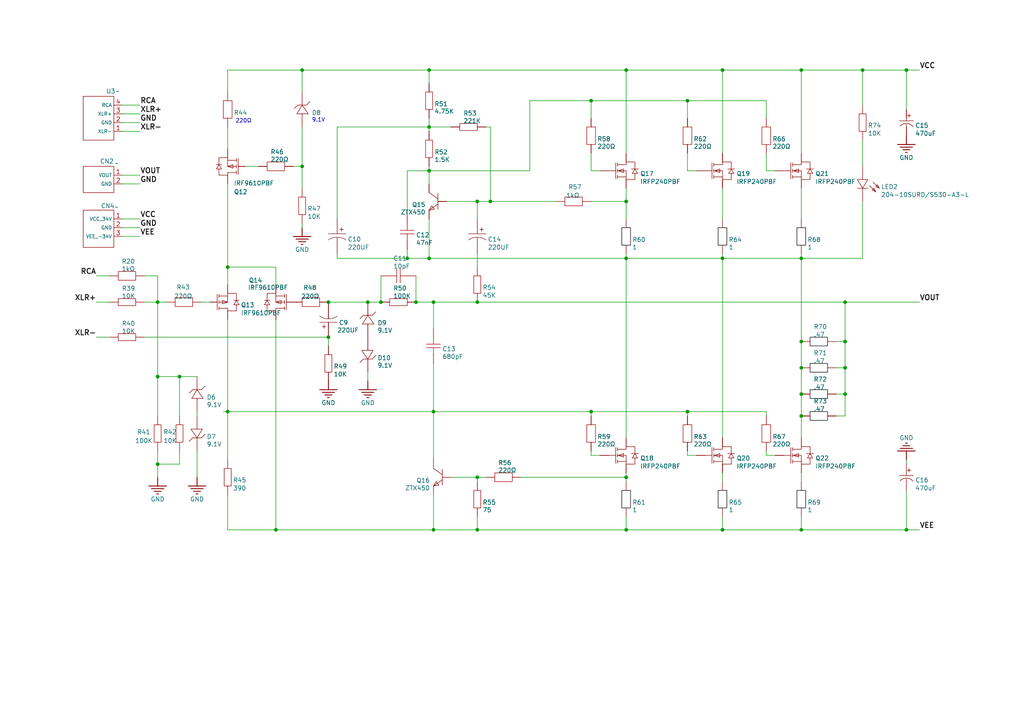
<source format=kicad_sch>
(kicad_sch (version 20250114) (generator "eeschema") (generator_version "9.0")
  (paper "A4")
  (lib_symbols
    (symbol "PASS A5功放-altium-import:GND_POWER_GROUND" (power)
      (property "Value" "GND" (at 0 -6.35 0))
      (symbol "GND_POWER_GROUND_0_0"
        (pin power_in line (at 0 0 0) (length 0) (hide yes) (name "GND") (number ""))
      )
    )
    (symbol "PASS A5功放-altium-import:root_0_.47_" (pin_numbers (hide yes)) (pin_names (hide yes))
      (symbol "root_0_.47__1_0"
        (pin passive line (at -5.08 0 0) (length 2.54) (name "1") (number "1"))
        (pin passive line (at 5.08 0 180) (length 2.54) (name "2") (number "2"))
      )
    )
    (symbol "PASS A5功放-altium-import:root_0_100K_" (pin_numbers (hide yes)) (pin_names (hide yes))
      (symbol "root_0_100K__1_0"
        (pin passive line (at -5.08 0 0) (length 2.54) (name "1") (number "1"))
        (pin passive line (at 5.08 0 180) (length 2.54) (name "2") (number "2"))
      )
    )
    (symbol "PASS A5功放-altium-import:root_0_10K_" (pin_numbers (hide yes)) (pin_names (hide yes))
      (symbol "root_0_10K__1_0"
        (pin passive line (at -5.08 0 0) (length 2.54) (name "1") (number "1"))
        (pin passive line (at 5.08 0 180) (length 2.54) (name "2") (number "2"))
      )
    )
    (symbol "PASS A5功放-altium-import:root_0_10pF_" (pin_numbers (hide yes)) (pin_names (hide yes))
      (symbol "root_0_10pF__1_0"
        (pin passive line (at -5.08 0 0) (length 2.54) (name "1") (number "1"))
        (pin passive line (at 5.08 0 180) (length 2.54) (name "2") (number "2"))
      )
    )
    (symbol "PASS A5功放-altium-import:root_0_1217133-1_"
      (property "Reference" "CN1" (at -2.54 4.572 0))
      (property "Value" "~" (at -3.913 3.985 0))
      (symbol "root_0_1217133-1__1_0"
        (pin passive line (at -5.08 1.27 0) (length 2.54) (name "VOUT") (number "1"))
        (pin passive line (at -5.08 -1.27 0) (length 2.54) (name "GND") (number "2"))
      )
    )
    (symbol "PASS A5功放-altium-import:root_0_1kΩ_" (pin_numbers (hide yes)) (pin_names (hide yes))
      (symbol "root_0_1kΩ__1_0"
        (pin passive line (at -5.08 0 0) (length 2.54) (name "1") (number "1"))
        (pin passive line (at 5.08 0 180) (length 2.54) (name "2") (number "2"))
      )
    )
    (symbol "PASS A5功放-altium-import:root_0_47nF_" (pin_numbers (hide yes)) (pin_names (hide yes))
      (symbol "root_0_47nF__1_0"
        (pin passive line (at 0 5.08 270) (length 2.54) (name "2") (number "2"))
        (pin passive line (at 0 -5.08 90) (length 2.54) (name "1") (number "1"))
      )
    )
    (symbol "PASS A5功放-altium-import:root_0_A5 221K/A3 47K_" (pin_numbers (hide yes)) (pin_names (hide yes))
      (symbol "root_0_A5 221K/A3 47K__1_0"
        (pin passive line (at -5.08 0 0) (length 2.54) (name "1") (number "1"))
        (pin passive line (at 5.08 0 180) (length 2.54) (name "2") (number "2"))
      )
    )
    (symbol "PASS A5功放-altium-import:root_0_IRF9610PBF_" (pin_numbers (hide yes)) (pin_names (hide yes))
      (symbol "root_0_IRF9610PBF__1_0"
        (pin passive line (at -5.08 0 0) (length 2.032) (name "G") (number "1"))
        (pin passive line (at 0 5.08 270) (length 2.54) (name "S") (number "3"))
        (pin passive line (at 0 -5.08 90) (length 2.54) (name "D") (number "2"))
      )
    )
    (symbol "PASS A5功放-altium-import:root_0_IRFP240PBF_" (pin_numbers (hide yes)) (pin_names (hide yes))
      (symbol "root_0_IRFP240PBF__1_0"
        (pin passive line (at -5.08 0 0) (length 2.54) (name "G") (number "1"))
        (pin passive line (at 2.54 5.08 270) (length 2.54) (name "D") (number "2"))
        (pin passive line (at 2.54 -5.08 90) (length 2.54) (name "S") (number "3"))
      )
    )
    (symbol "PASS A5功放-altium-import:root_0_ZTX450_" (pin_numbers (hide yes)) (pin_names (hide yes))
      (symbol "root_0_ZTX450__1_0"
        (pin passive line (at -2.54 5.08 270) (length 2.54) (name "C") (number "3"))
        (pin passive line (at -2.54 -5.08 90) (length 2.54) (name "E") (number "1"))
        (pin passive line (at 2.54 0 180) (length 2.54) (name "B") (number "2"))
      )
    )
    (symbol "PASS A5功放-altium-import:root_1_1.5K_" (pin_numbers (hide yes)) (pin_names (hide yes))
      (symbol "root_1_1.5K__1_0"
        (pin passive line (at 0 5.08 270) (length 2.54) (name "2") (number "2"))
        (pin passive line (at 0 -5.08 90) (length 2.54) (name "1") (number "1"))
      )
    )
    (symbol "PASS A5功放-altium-import:root_1_1/0.47_" (pin_numbers (hide yes)) (pin_names (hide yes))
      (symbol "root_1_1/0.47__1_0"
        (pin passive line (at 0 5.08 270) (length 2.54) (name "2") (number "2"))
        (pin passive line (at 0 -5.08 90) (length 2.54) (name "1") (number "1"))
      )
    )
    (symbol "PASS A5功放-altium-import:root_1_100K_" (pin_numbers (hide yes)) (pin_names (hide yes))
      (symbol "root_1_100K__1_0"
        (pin passive line (at 0 5.08 270) (length 2.54) (name "2") (number "2"))
        (pin passive line (at 0 -5.08 90) (length 2.54) (name "1") (number "1"))
      )
    )
    (symbol "PASS A5功放-altium-import:root_1_10K_" (pin_numbers (hide yes)) (pin_names (hide yes))
      (symbol "root_1_10K__1_0"
        (pin passive line (at 0 5.08 270) (length 2.54) (name "2") (number "2"))
        (pin passive line (at 0 -5.08 90) (length 2.54) (name "1") (number "1"))
      )
    )
    (symbol "PASS A5功放-altium-import:root_1_1_" (pin_numbers (hide yes)) (pin_names (hide yes))
      (symbol "root_1_1__1_0"
        (pin passive line (at 0 5.08 270) (length 2.54) (name "2") (number "2"))
        (pin passive line (at 0 -5.08 90) (length 2.54) (name "1") (number "1"))
      )
    )
    (symbol "PASS A5功放-altium-import:root_1_220Ω_" (pin_numbers (hide yes)) (pin_names (hide yes))
      (symbol "root_1_220Ω__1_0"
        (pin passive line (at 0 5.08 270) (length 2.54) (name "2") (number "2"))
        (pin passive line (at 0 -5.08 90) (length 2.54) (name "1") (number "1"))
      )
    )
    (symbol "PASS A5功放-altium-import:root_1_35ZLH220MTTIT78X11.5_" (pin_numbers (hide yes)) (pin_names (hide yes))
      (symbol "root_1_35ZLH220MTTIT78X11.5__1_0"
        (pin passive line (at 0 5.08 270) (length 4.826) (name "2") (number "2"))
        (pin passive line (at 0 -5.08 90) (length 4.318) (name "1") (number "1"))
      )
    )
    (symbol "PASS A5功放-altium-import:root_1_390_" (pin_numbers (hide yes)) (pin_names (hide yes))
      (symbol "root_1_390__1_0"
        (pin passive line (at 0 5.08 270) (length 2.54) (name "2") (number "2"))
        (pin passive line (at 0 -5.08 90) (length 2.54) (name "1") (number "1"))
      )
    )
    (symbol "PASS A5功放-altium-import:root_1_9.1V_" (pin_numbers (hide yes)) (pin_names (hide yes))
      (symbol "root_1_9.1V__1_0"
        (pin passive line (at 0 5.08 270) (length 3.81) (name "A") (number "2"))
        (pin passive line (at 0 -5.08 90) (length 3.81) (name "C") (number "1"))
      )
    )
    (symbol "PASS A5功放-altium-import:root_1_A5 4.75K/A3 1.5K_" (pin_numbers (hide yes)) (pin_names (hide yes))
      (symbol "root_1_A5 4.75K/A3 1.5K__1_0"
        (pin passive line (at 0 5.08 270) (length 2.54) (name "2") (number "2"))
        (pin passive line (at 0 -5.08 90) (length 2.54) (name "1") (number "1"))
      )
    )
    (symbol "PASS A5功放-altium-import:root_1_A5 45K_" (pin_numbers (hide yes)) (pin_names (hide yes))
      (symbol "root_1_A5 45K__1_0"
        (pin passive line (at 0 5.08 270) (length 2.54) (name "2") (number "2"))
        (pin passive line (at 0 -5.08 90) (length 2.54) (name "1") (number "1"))
      )
    )
    (symbol "PASS A5功放-altium-import:root_1_A5 680pF/A3 1NF_" (pin_numbers (hide yes)) (pin_names (hide yes))
      (symbol "root_1_A5 680pF/A3 1NF__1_0"
        (pin passive line (at 0 5.08 270) (length 2.54) (name "2") (number "2"))
        (pin passive line (at 0 -5.08 90) (length 2.54) (name "1") (number "1"))
      )
    )
    (symbol "PASS A5功放-altium-import:root_1_A5 75/A3 100_" (pin_numbers (hide yes)) (pin_names (hide yes))
      (symbol "root_1_A5 75/A3 100__1_0"
        (pin passive line (at 0 5.08 270) (length 2.54) (name "2") (number "2"))
        (pin passive line (at 0 -5.08 90) (length 2.54) (name "1") (number "1"))
      )
    )
    (symbol "PASS A5功放-altium-import:root_2_220Ω_" (pin_numbers (hide yes)) (pin_names (hide yes))
      (symbol "root_2_220Ω__1_0"
        (pin passive line (at -5.08 0 0) (length 2.54) (name "2") (number "2"))
        (pin passive line (at 5.08 0 180) (length 2.54) (name "1") (number "1"))
      )
    )
    (symbol "PASS A5功放-altium-import:root_2_DB125-3.81-4P_"
      (property "Reference" "U2" (at 0.254 7.112 0))
      (property "Value" "~" (at 3.048 7.112 0))
      (symbol "root_2_DB125-3.81-4P__1_0"
        (pin passive line (at 5.08 3.81 180) (length 2.54) (name "RCA") (number "4"))
        (pin passive line (at 5.08 1.27 180) (length 2.54) (name "XLR+") (number "3"))
        (pin passive line (at 5.08 -1.27 180) (length 2.54) (name "GND") (number "2"))
        (pin passive line (at 5.08 -3.81 180) (length 2.54) (name "XLR-") (number "1"))
      )
    )
    (symbol "PASS A5功放-altium-import:root_2_IRF9610PBF_" (pin_numbers (hide yes)) (pin_names (hide yes))
      (symbol "root_2_IRF9610PBF__1_0"
        (pin passive line (at 0 5.08 270) (length 2.54) (name "S") (number "3"))
        (pin passive line (at 0 -5.08 90) (length 2.54) (name "D") (number "2"))
        (pin passive line (at 5.08 0 180) (length 2.032) (name "G") (number "1"))
      )
    )
    (symbol "PASS A5功放-altium-import:root_3_1N4739A_C35974_" (pin_numbers (hide yes)) (pin_names (hide yes))
      (symbol "root_3_1N4739A_C35974__1_0"
        (pin passive line (at 0 5.08 270) (length 3.81) (name "C") (number "1"))
        (pin passive line (at 0 -5.08 90) (length 3.81) (name "A") (number "2"))
      )
    )
    (symbol "PASS A5功放-altium-import:root_3_204-10SURD/S530-A3-L_" (pin_numbers (hide yes)) (pin_names (hide yes))
      (symbol "root_3_204-10SURD/S530-A3-L__1_0"
        (pin passive line (at 0 5.08 270) (length 3.81) (name "A") (number "1"))
        (pin passive line (at 0 -5.08 90) (length 3.81) (name "K") (number "2"))
      )
    )
    (symbol "PASS A5功放-altium-import:root_3_35ZLH220MTTIT78X11.5_" (pin_numbers (hide yes)) (pin_names (hide yes))
      (symbol "root_3_35ZLH220MTTIT78X11.5__1_0"
        (pin passive line (at 0 5.08 270) (length 4.318) (name "1") (number "1"))
        (pin passive line (at 0 -5.08 90) (length 4.826) (name "2") (number "2"))
      )
    )
    (symbol "PASS A5功放-altium-import:root_3_470uF_" (pin_numbers (hide yes)) (pin_names (hide yes))
      (symbol "root_3_470uF__1_0"
        (pin passive line (at 0 3.81 270) (length 2.54) (name "1") (number "1"))
        (pin passive line (at 0 -3.81 90) (length 2.54) (name "2") (number "2"))
      )
    )
    (symbol "PASS A5功放-altium-import:root_3_9.1V_" (pin_numbers (hide yes)) (pin_names (hide yes))
      (symbol "root_3_9.1V__1_0"
        (pin passive line (at 0 5.08 270) (length 3.81) (name "C") (number "1"))
        (pin passive line (at 0 -5.08 90) (length 3.81) (name "A") (number "2"))
      )
    )
    (symbol "PASS A5功放-altium-import:root_3_A5 220UF_" (pin_numbers (hide yes)) (pin_names (hide yes))
      (symbol "root_3_A5 220UF__1_0"
        (pin passive line (at 0 5.08 270) (length 4.318) (name "1") (number "1"))
        (pin passive line (at 0 -5.08 90) (length 4.826) (name "2") (number "2"))
      )
    )
    (symbol "root_0_1217133-1__1"
      (property "Reference" "CN2" (at -2.794 4.318 0))
      (symbol "root_0_1217133-1__1_1_0"
        (pin passive line (at -5.08 1.27 0) (length 2.54) (name "VCC_34V") (number "1"))
        (pin passive line (at -5.08 -1.27 0) (length 2.54) (name "GND") (number "2"))
        (pin passive line (at -5.08 -3.81 0) (length 2.54) (name "VEE_-34V") (number "3"))
      )
    )
  )
  (text "220Ω" (at 68.259 35.845 0) (effects (font (size 1.143 1.143)) (justify left bottom)))
  (text "9.1V" (at 90.424 35.587 0) (effects (font (size 1.143 1.143)) (justify left bottom)))
  (junction (at 171.45 119.38))
  (junction (at 45.72 87.63))
  (junction (at 45.72 109.22))
  (junction (at 262.89 20.32))
  (junction (at 245.11 106.68))
  (junction (at 245.11 114.3))
  (junction (at 232.41 20.32))
  (junction (at 87.63 48.26))
  (junction (at 124.46 36.83))
  (junction (at 142.24 58.42))
  (junction (at 232.41 120.65))
  (junction (at 171.45 29.21))
  (junction (at 199.39 29.21))
  (junction (at 209.55 74.93))
  (junction (at 125.73 87.63))
  (junction (at 199.39 119.38))
  (junction (at 124.46 20.32))
  (junction (at 209.55 20.32))
  (junction (at 181.61 74.93))
  (junction (at 118.11 74.93))
  (junction (at 181.61 20.32))
  (junction (at 125.73 119.38))
  (junction (at 95.25 87.63))
  (junction (at 66.04 119.38))
  (junction (at 232.41 153.67))
  (junction (at 209.55 153.67))
  (junction (at 66.04 77.47))
  (junction (at 124.46 49.53))
  (junction (at 232.41 74.93))
  (junction (at 232.41 106.68))
  (junction (at 138.43 87.63))
  (junction (at 106.68 87.63))
  (junction (at 181.61 58.42))
  (junction (at 245.11 87.63))
  (junction (at 181.61 138.43))
  (junction (at 120.65 87.63))
  (junction (at 138.43 58.42))
  (junction (at 110.49 87.63))
  (junction (at 125.73 153.67))
  (junction (at 250.19 20.32))
  (junction (at 95.25 97.79))
  (junction (at 52.07 109.22))
  (junction (at 45.72 134.62))
  (junction (at 124.46 74.93))
  (junction (at 232.41 114.3))
  (junction (at 181.61 153.67))
  (junction (at 262.89 153.67))
  (junction (at 80.01 153.67))
  (junction (at 232.41 99.06))
  (junction (at 87.63 20.32))
  (junction (at 245.11 99.06))
  (junction (at 138.43 138.43))
  (junction (at 138.43 153.67))
  (wire (pts (xy 138.43 138.43) (xy 138.43 139.7)))
  (wire (pts (xy 125.73 105.41) (xy 125.73 119.38)))
  (wire (pts (xy 181.61 127) (xy 181.61 74.93)))
  (wire (pts (xy 232.41 120.65) (xy 232.41 114.3)))
  (wire (pts (xy 80.01 82.55) (xy 80.01 77.47)))
  (wire (pts (xy 97.79 63.4878) (xy 97.79 36.83)))
  (wire (pts (xy 232.41 73.66) (xy 232.41 74.93)))
  (wire (pts (xy 262.89 31.75) (xy 262.89 20.32)))
  (wire (pts (xy 41.91 97.79) (xy 95.25 97.79)))
  (wire (pts (xy 232.41 20.32) (xy 250.19 20.32)))
  (wire (pts (xy 64.77 119.38) (xy 66.04 119.38)))
  (wire (pts (xy 209.55 137.16) (xy 209.55 139.7)))
  (wire (pts (xy 224.79 132.08) (xy 222.25 132.08)))
  (wire (pts (xy 250.19 40.64) (xy 250.19 48.26)))
  (wire (pts (xy 97.79 36.83) (xy 124.46 36.83)))
  (wire (pts (xy 35.56 53.34) (xy 40.64 53.34)))
  (wire (pts (xy 199.39 120.65) (xy 199.39 119.38)))
  (wire (pts (xy 222.25 132.08) (xy 222.25 130.81)))
  (wire (pts (xy 209.55 20.32) (xy 232.41 20.32)))
  (wire (pts (xy 242.57 99.06) (xy 245.11 99.06)))
  (wire (pts (xy 106.68 87.63) (xy 110.49 87.63)))
  (wire (pts (xy 130.81 36.83) (xy 124.46 36.83)))
  (wire (pts (xy 124.46 38.1) (xy 124.46 36.83)))
  (wire (pts (xy 250.19 20.32) (xy 262.89 20.32)))
  (wire (pts (xy 138.43 87.63) (xy 245.11 87.63)))
  (wire (pts (xy 57.15 120.65) (xy 57.15 119.38)))
  (wire (pts (xy 58.42 87.63) (xy 60.96 87.63)))
  (wire (pts (xy 87.63 48.26) (xy 85.09 48.26)))
  (wire (pts (xy 35.56 30.48) (xy 40.64 30.48)))
  (wire (pts (xy 142.24 36.83) (xy 142.24 58.42)))
  (wire (pts (xy 262.89 20.32) (xy 266.7 20.32)))
  (wire (pts (xy 232.41 74.93) (xy 209.55 74.93)))
  (wire (pts (xy 41.91 80.01) (xy 45.72 80.01)))
  (wire (pts (xy 245.11 106.68) (xy 245.11 99.06)))
  (wire (pts (xy 35.56 35.56) (xy 40.64 35.56)))
  (wire (pts (xy 138.43 138.43) (xy 140.97 138.43)))
  (wire (pts (xy 262.89 153.67) (xy 266.7 153.67)))
  (wire (pts (xy 125.73 87.63) (xy 138.43 87.63)))
  (wire (pts (xy 118.11 72.39) (xy 118.11 74.93)))
  (wire (pts (xy 45.72 87.63) (xy 45.72 109.22)))
  (wire (pts (xy 181.61 138.43) (xy 181.61 137.16)))
  (wire (pts (xy 57.15 109.22) (xy 52.07 109.22)))
  (wire (pts (xy 118.11 49.53) (xy 124.46 49.53)))
  (wire (pts (xy 130.81 138.43) (xy 138.43 138.43)))
  (wire (pts (xy 232.41 54.61) (xy 232.41 63.5)))
  (wire (pts (xy 124.46 36.83) (xy 124.46 34.29)))
  (wire (pts (xy 181.61 58.42) (xy 181.61 63.5)))
  (wire (pts (xy 52.07 134.62) (xy 45.72 134.62)))
  (wire (pts (xy 45.72 138.43) (xy 45.72 134.62)))
  (wire (pts (xy 222.25 119.38) (xy 199.39 119.38)))
  (wire (pts (xy 52.07 109.22) (xy 45.72 109.22)))
  (wire (pts (xy 118.11 74.93) (xy 124.46 74.93)))
  (wire (pts (xy 171.45 29.21) (xy 153.67 29.21)))
  (wire (pts (xy 181.61 74.93) (xy 181.61 73.66)))
  (wire (pts (xy 52.07 120.65) (xy 52.07 109.22)))
  (wire (pts (xy 199.39 49.53) (xy 201.93 49.53)))
  (wire (pts (xy 87.63 20.32) (xy 124.46 20.32)))
  (wire (pts (xy 66.04 53.34) (xy 66.04 77.47)))
  (wire (pts (xy 209.55 127) (xy 209.55 74.93)))
  (wire (pts (xy 52.07 130.81) (xy 52.07 134.62)))
  (wire (pts (xy 232.41 114.3) (xy 232.41 106.68)))
  (wire (pts (xy 171.45 34.29) (xy 171.45 29.21)))
  (wire (pts (xy 232.41 137.16) (xy 232.41 139.7)))
  (wire (pts (xy 181.61 138.43) (xy 181.61 139.7)))
  (wire (pts (xy 124.46 20.32) (xy 181.61 20.32)))
  (wire (pts (xy 262.89 133.35) (xy 262.89 134.62)))
  (wire (pts (xy 66.04 153.67) (xy 80.01 153.67)))
  (wire (pts (xy 35.56 38.1) (xy 40.64 38.1)))
  (wire (pts (xy 181.61 20.32) (xy 209.55 20.32)))
  (wire (pts (xy 245.11 114.3) (xy 245.11 106.68)))
  (wire (pts (xy 142.24 58.42) (xy 161.29 58.42)))
  (wire (pts (xy 209.55 73.66) (xy 209.55 74.93)))
  (wire (pts (xy 222.25 34.29) (xy 222.25 29.21)))
  (wire (pts (xy 242.57 114.3) (xy 245.11 114.3)))
  (wire (pts (xy 74.93 48.26) (xy 71.12 48.26)))
  (wire (pts (xy 27.94 97.79) (xy 31.75 97.79)))
  (wire (pts (xy 232.41 149.86) (xy 232.41 153.67)))
  (wire (pts (xy 35.56 50.8) (xy 40.64 50.8)))
  (wire (pts (xy 124.46 20.32) (xy 124.46 24.13)))
  (wire (pts (xy 27.94 87.63) (xy 31.75 87.63)))
  (wire (pts (xy 97.79 74.93) (xy 118.11 74.93)))
  (wire (pts (xy 87.63 20.32) (xy 87.63 26.67)))
  (wire (pts (xy 80.01 77.47) (xy 66.04 77.47)))
  (wire (pts (xy 171.45 119.38) (xy 171.45 120.65)))
  (wire (pts (xy 95.25 87.63) (xy 106.68 87.63)))
  (wire (pts (xy 45.72 87.63) (xy 48.26 87.63)))
  (wire (pts (xy 95.25 97.79) (xy 95.25 100.33)))
  (wire (pts (xy 181.61 149.86) (xy 181.61 153.67)))
  (wire (pts (xy 138.43 58.42) (xy 142.24 58.42)))
  (wire (pts (xy 245.11 87.63) (xy 266.7 87.63)))
  (wire (pts (xy 232.41 44.45) (xy 232.41 20.32)))
  (wire (pts (xy 171.45 119.38) (xy 199.39 119.38)))
  (wire (pts (xy 125.73 153.67) (xy 138.43 153.67)))
  (wire (pts (xy 262.89 142.24) (xy 262.89 153.67)))
  (wire (pts (xy 209.55 63.5) (xy 209.55 54.61)))
  (wire (pts (xy 222.25 120.65) (xy 222.25 119.38)))
  (wire (pts (xy 232.41 106.68) (xy 232.41 99.06)))
  (wire (pts (xy 199.39 44.45) (xy 199.39 49.53)))
  (wire (pts (xy 124.46 63.5) (xy 124.46 74.93)))
  (wire (pts (xy 199.39 29.21) (xy 171.45 29.21)))
  (wire (pts (xy 245.11 87.63) (xy 245.11 99.06)))
  (wire (pts (xy 181.61 20.32) (xy 181.61 44.45)))
  (wire (pts (xy 138.43 77.47) (xy 138.43 73.66)))
  (wire (pts (xy 173.99 49.53) (xy 171.45 49.53)))
  (wire (pts (xy 199.39 130.81) (xy 199.39 132.08)))
  (wire (pts (xy 138.43 63.5) (xy 138.43 58.42)))
  (wire (pts (xy 250.19 20.32) (xy 250.19 30.48)))
  (wire (pts (xy 87.63 36.83) (xy 87.63 48.26)))
  (wire (pts (xy 242.57 120.65) (xy 245.11 120.65)))
  (wire (pts (xy 66.04 92.71) (xy 66.04 119.38)))
  (wire (pts (xy 118.11 62.23) (xy 118.11 49.53)))
  (wire (pts (xy 80.01 92.71) (xy 80.01 153.67)))
  (wire (pts (xy 45.72 80.01) (xy 45.72 87.63)))
  (wire (pts (xy 87.63 66.04) (xy 87.63 64.77)))
  (wire (pts (xy 242.57 106.68) (xy 245.11 106.68)))
  (wire (pts (xy 125.73 119.38) (xy 171.45 119.38)))
  (wire (pts (xy 199.39 132.08) (xy 201.93 132.08)))
  (wire (pts (xy 120.65 87.63) (xy 125.73 87.63)))
  (wire (pts (xy 124.46 49.53) (xy 124.46 53.34)))
  (wire (pts (xy 222.25 29.21) (xy 199.39 29.21)))
  (wire (pts (xy 171.45 58.42) (xy 181.61 58.42)))
  (wire (pts (xy 27.94 80.01) (xy 31.75 80.01)))
  (wire (pts (xy 66.04 36.83) (xy 66.04 43.18)))
  (wire (pts (xy 125.73 143.51) (xy 125.73 153.67)))
  (wire (pts (xy 232.41 99.06) (xy 232.41 74.93)))
  (wire (pts (xy 222.25 44.45) (xy 222.25 49.53)))
  (wire (pts (xy 181.61 153.67) (xy 209.55 153.67)))
  (wire (pts (xy 57.15 138.43) (xy 57.15 130.81)))
  (wire (pts (xy 87.63 54.61) (xy 87.63 48.26)))
  (wire (pts (xy 35.56 68.58) (xy 40.64 68.58)))
  (wire (pts (xy 138.43 153.67) (xy 181.61 153.67)))
  (wire (pts (xy 35.56 66.04) (xy 40.64 66.04)))
  (wire (pts (xy 209.55 20.32) (xy 209.55 44.45)))
  (wire (pts (xy 120.65 80.01) (xy 120.65 87.63)))
  (wire (pts (xy 245.11 120.65) (xy 245.11 114.3)))
  (wire (pts (xy 232.41 127) (xy 232.41 120.65)))
  (wire (pts (xy 232.41 153.67) (xy 209.55 153.67)))
  (wire (pts (xy 66.04 119.38) (xy 66.04 133.35)))
  (wire (pts (xy 250.19 74.93) (xy 232.41 74.93)))
  (wire (pts (xy 66.04 20.32) (xy 87.63 20.32)))
  (wire (pts (xy 222.25 49.53) (xy 224.79 49.53)))
  (wire (pts (xy 124.46 74.93) (xy 181.61 74.93)))
  (wire (pts (xy 66.04 77.47) (xy 66.04 82.55)))
  (wire (pts (xy 125.73 119.38) (xy 125.73 133.35)))
  (wire (pts (xy 140.97 36.83) (xy 142.24 36.83)))
  (wire (pts (xy 151.13 138.43) (xy 181.61 138.43)))
  (wire (pts (xy 106.68 110.49) (xy 106.68 107.95)))
  (wire (pts (xy 124.46 49.53) (xy 124.46 48.26)))
  (wire (pts (xy 66.04 143.51) (xy 66.04 153.67)))
  (wire (pts (xy 138.43 149.86) (xy 138.43 153.67)))
  (wire (pts (xy 80.01 153.67) (xy 125.73 153.67)))
  (wire (pts (xy 153.67 29.21) (xy 153.67 49.53)))
  (wire (pts (xy 209.55 74.93) (xy 181.61 74.93)))
  (wire (pts (xy 66.04 119.38) (xy 125.73 119.38)))
  (wire (pts (xy 110.49 80.01) (xy 110.49 87.63)))
  (wire (pts (xy 97.79 73.6478) (xy 97.79 74.93)))
  (wire (pts (xy 171.45 49.53) (xy 171.45 44.45)))
  (wire (pts (xy 66.04 26.67) (xy 66.04 20.32)))
  (wire (pts (xy 171.45 130.81) (xy 171.45 132.08)))
  (wire (pts (xy 171.45 132.08) (xy 173.99 132.08)))
  (wire (pts (xy 199.39 34.29) (xy 199.39 29.21)))
  (wire (pts (xy 125.73 95.25) (xy 125.73 87.63)))
  (wire (pts (xy 250.19 58.42) (xy 250.19 74.93)))
  (wire (pts (xy 41.91 87.63) (xy 45.72 87.63)))
  (wire (pts (xy 45.72 134.62) (xy 45.72 130.81)))
  (wire (pts (xy 45.72 109.22) (xy 45.72 120.65)))
  (wire (pts (xy 262.89 153.67) (xy 232.41 153.67)))
  (wire (pts (xy 153.67 49.53) (xy 124.46 49.53)))
  (wire (pts (xy 35.56 63.5) (xy 40.64 63.5)))
  (wire (pts (xy 35.56 33.02) (xy 40.64 33.02)))
  (wire (pts (xy 209.55 153.67) (xy 209.55 149.86)))
  (wire (pts (xy 129.54 58.42) (xy 138.43 58.42)))
  (wire (pts (xy 181.61 54.61) (xy 181.61 58.42)))
  (label "VCC" (at 266.7 20.32 0) (effects (font (size 1.5 1.5) (thickness 0.254) (bold yes))))
  (label "GND" (at 40.64 35.56 0) (effects (font (size 1.5 1.5) (thickness 0.254) (bold yes))))
  (label "VOUT" (at 266.7 87.63 0) (effects (font (size 1.5 1.5) (thickness 0.254) (bold yes))))
  (label "XLR-" (at 40.64 38.1 0) (effects (font (size 1.5 1.5) (thickness 0.254) (bold yes))))
  (label "VCC" (at 40.64 63.5 0) (effects (font (size 1.5 1.5) (thickness 0.254) (bold yes))))
  (label "RCA" (at 40.64 30.48 0) (effects (font (size 1.5 1.5) (thickness 0.254) (bold yes))))
  (label "RCA" (at 27.94 80.01 180) (effects (font (size 1.5 1.5) (thickness 0.254) (bold yes))))
  (label "GND" (at 40.64 66.04 0) (effects (font (size 1.5 1.5) (thickness 0.254) (bold yes))))
  (label "XLR-" (at 27.94 97.79 180) (effects (font (size 1.5 1.5) (thickness 0.254) (bold yes))))
  (label "XLR+" (at 40.64 33.02 0) (effects (font (size 1.5 1.5) (thickness 0.254) (bold yes))))
  (label "VEE" (at 266.7 153.67 0) (effects (font (size 1.5 1.5) (thickness 0.254) (bold yes))))
  (label "GND" (at 40.64 53.34 0) (effects (font (size 1.5 1.5) (thickness 0.254) (bold yes))))
  (label "VEE" (at 40.64 68.58 0) (effects (font (size 1.5 1.5) (thickness 0.254) (bold yes))))
  (label "VOUT" (at 40.64 50.8 0) (effects (font (size 1.5 1.5) (thickness 0.254) (bold yes))))
  (label "XLR+" (at 27.94 87.63 180) (effects (font (size 1.5 1.5) (thickness 0.254) (bold yes))))
  (symbol (lib_name "root_0_1217133-1__1") (lib_id "PASS A5功放-altium-import:root_0_1217133-1_") (at 30.48 64.77 0) (mirror y) (unit 1)
    (property "Reference" "CN4" (at 33.274 60.452 0) (effects (justify left bottom)))
    (property "Value" "~" (at 34.393 60.785 0) (effects (justify left bottom)))
  )
  (symbol (lib_id "PASS A5功放-altium-import:root_0_IRF9610PBF_") (at 66.04 87.63 0) (unit 1)
    (property "Reference" "Q13" (at 69.85 89.189 0) (effects (justify left bottom)))
    (property "Value" "IRF9610PBF" (at 69.85 91.503 0) (effects (justify left bottom)))
    (property "SUPPLIER" "LCSC" (effects (hide yes)))
    (property "SUPPLIER PART" "C335250" (effects (hide yes)))
    (property "MANUFACTURER" "VISHAY(威世)" (effects (hide yes)))
    (property "MANUFACTURER PART" "IRF9610PBF" (effects (hide yes)))
    (property "CONTRIBUTOR" "LCSC" (effects (hide yes)))
    (property "JLCPCB PART CLASS" "Extended Part" (effects (hide yes)))
    (property "SPICEPRE" "Q" (effects (hide yes)))
    (property "SPICESYMBOLNAME" "IRF9610PBF" (effects (hide yes)))
  )
  (symbol (lib_id "PASS A5功放-altium-import:root_2_IRF9610PBF_") (at 66.04 48.26 0) (unit 1)
    (property "Reference" "Q12" (at 67.818 56.388 0) (effects (justify left bottom)))
    (property "Value" "IRF9610PBF" (at 67.818 53.848 0) (effects (justify left bottom)))
    (property "SUPPLIER" "LCSC" (effects (hide yes)))
    (property "SUPPLIER PART" "C335250" (effects (hide yes)))
    (property "MANUFACTURER" "VISHAY(威世)" (effects (hide yes)))
    (property "MANUFACTURER PART" "IRF9610PBF" (effects (hide yes)))
    (property "CONTRIBUTOR" "LCSC" (effects (hide yes)))
    (property "JLCPCB PART CLASS" "Extended Part" (effects (hide yes)))
    (property "SPICEPRE" "Q" (effects (hide yes)))
    (property "SPICESYMBOLNAME" "IRF9610PBF" (effects (hide yes)))
  )
  (symbol (lib_id "PASS A5功放-altium-import:root_3_470uF_") (at 262.89 138.43 0) (unit 1)
    (property "Reference" "C16" (at 265.43 139.985 0) (effects (justify left bottom)))
    (property "Value" "470uF" (at 265.43 142.303 0) (effects (justify left bottom)))
    (property "SUPPLIER" "LCSC" (effects (hide yes)))
    (property "MANUFACTURER" "rubycon(红宝石)" (effects (hide yes)))
    (property "MANUFACTURER PART" "35YXJ470M10x16" (effects (hide yes)))
    (property "NAMEALIAS" "Capacitance" (effects (hide yes)))
    (property "SUPPLIER PART" "C88732" (effects (hide yes)))
    (property "JLCPCB PART CLASS" "Extended Part" (effects (hide yes)))
    (property "SPICEPRE" "C" (effects (hide yes)))
    (property "SPICESYMBOLNAME" "35YXJ470M10x16" (effects (hide yes)))
  )
  (symbol (lib_id "PASS A5功放-altium-import:root_3_9.1V_") (at 106.68 92.71 0) (unit 1)
    (property "Reference" "D9" (at 109.474 94.364 0) (effects (justify left bottom)))
    (property "Value" "9.1V" (at 109.474 96.547 0) (effects (justify left bottom)))
    (property "SUPPLIER" "LCSC" (effects (hide yes)))
    (property "MANUFACTURER" "ST(先科)" (effects (hide yes)))
    (property "MANUFACTURER PART" "1N4739A" (effects (hide yes)))
    (property "SUPPLIER PART" "C35974" (effects (hide yes)))
    (property "JLCPCB PART CLASS" "Extended Part" (effects (hide yes)))
    (property "SPICEPRE" "D" (effects (hide yes)))
    (property "SPICESYMBOLNAME" "1N4739A_C35974" (effects (hide yes)))
  )
  (symbol (lib_id "PASS A5功放-altium-import:root_1_220Ω_") (at 222.25 125.73 0) (unit 1)
    (property "Reference" "R67" (at 224.03 127.39 0) (effects (justify left bottom)))
    (property "Value" "220Ω" (at 224.028 129.571 0) (effects (justify left bottom)))
    (property "SUPPLIER" "LCSC" (effects (hide yes)))
    (property "SUPPLIER PART" "C2894616" (effects (hide yes)))
    (property "MANUFACTURER" "VO(翔胜)" (effects (hide yes)))
    (property "MANUFACTURER PART" "CR1/4W-220Ω±5%-ST26" (effects (hide yes)))
    (property "LINK" "https://atta.szlcsc.com/upload/public/pdf/source/20210803/C2857407_45FF53FE186CAB545115AD37303966CD.pdf" (effects (hide yes)))
    (property "RESISTANCE" "220Ω" (effects (hide yes)))
    (property "CONTRIBUTOR" "lcsc" (effects (hide yes)))
    (property "SPICEPRE" "R" (effects (hide yes)))
    (property "SPICESYMBOLNAME" "CR1/4W-220Ω±5%-ST26" (effects (hide yes)))
  )
  (symbol (lib_id "PASS A5功放-altium-import:root_0_IRFP240PBF_") (at 229.87 132.08 0) (unit 1)
    (property "Reference" "Q22" (at 236.474 133.639 0) (effects (justify left bottom)))
    (property "Value" "IRFP240PBF" (at 236.474 135.953 0) (effects (justify left bottom)))
    (property "SUPPLIER" "LCSC" (effects (hide yes)))
    (property "MANUFACTURER" "VISHAY(威世)" (effects (hide yes)))
    (property "MANUFACTURER PART" "IRFP240PBF" (effects (hide yes)))
    (property "SUPPLIER PART" "C2674" (effects (hide yes)))
    (property "JLCPCB PART CLASS" "Extended Part" (effects (hide yes)))
    (property "SPICEPRE" "Q" (effects (hide yes)))
    (property "SPICESYMBOLNAME" "IRFP240PBF" (effects (hide yes)))
  )
  (symbol (lib_id "PASS A5功放-altium-import:root_0_.47_") (at 237.49 106.68 0) (unit 1)
    (property "Reference" "R71" (at 235.976 103.107 0) (effects (justify left bottom)))
    (property "Value" ".47" (at 235.974 105.389 0) (effects (justify left bottom)))
    (property "CONTRIBUTOR" "liuzifei" (effects (hide yes)))
    (property "SPICEPRE" "R" (effects (hide yes)))
    (property "SPICESYMBOLNAME" "5W水泥电阻" (effects (hide yes)))
  )
  (symbol (lib_id "PASS A5功放-altium-import:GND_POWER_GROUND") (at 87.63 66.04 0) (unit 1)
    (property "Reference" "#PWR0109" (effects (hide yes)))
    (property "Value" "GND" (at 87.63 72.39 0))
  )
  (symbol (lib_id "PASS A5功放-altium-import:root_2_220Ω_") (at 90.17 87.63 0) (unit 1)
    (property "Reference" "R48" (at 87.948 84.155 0) (effects (justify left bottom)))
    (property "Value" "220Ω" (at 87.309 86.7 0) (effects (justify left bottom)))
    (property "SUPPLIER" "LCSC" (effects (hide yes)))
    (property "SUPPLIER PART" "C2894616" (effects (hide yes)))
    (property "MANUFACTURER" "VO(翔胜)" (effects (hide yes)))
    (property "MANUFACTURER PART" "CR1/4W-220Ω±5%-ST26" (effects (hide yes)))
    (property "LINK" "https://atta.szlcsc.com/upload/public/pdf/source/20210803/C2857407_45FF53FE186CAB545115AD37303966CD.pdf" (effects (hide yes)))
    (property "RESISTANCE" "220Ω" (effects (hide yes)))
    (property "CONTRIBUTOR" "lcsc" (effects (hide yes)))
    (property "SPICEPRE" "R" (effects (hide yes)))
    (property "SPICESYMBOLNAME" "CR1/4W-220Ω±5%-ST26" (effects (hide yes)))
  )
  (symbol (lib_id "PASS A5功放-altium-import:root_0_1kΩ_") (at 36.83 80.01 0) (unit 1)
    (property "Reference" "R20" (at 35.264 76.54 0) (effects (justify left bottom)))
    (property "Value" "1kΩ" (at 35.262 78.719 0) (effects (justify left bottom)))
    (property "SUPPLIER" "LCSC" (effects (hide yes)))
    (property "SUPPLIER PART" "C713997" (effects (hide yes)))
    (property "MANUFACTURER" "Huaxing Mechanical-Elec." (effects (hide yes)))
    (property "MANUFACTURER PART" "MF1/4W-1KΩ±1%T52" (effects (hide yes)))
    (property "NAMEALIAS" "Resistance (Ohms)" (effects (hide yes)))
    (property "CONTRIBUTOR" "LCSC" (effects (hide yes)))
    (property "JLCPCB PART CLASS" "Extended Part" (effects (hide yes)))
    (property "RESISTANCE" "1kΩ" (effects (hide yes)))
    (property "SPICEPRE" "R" (effects (hide yes)))
    (property "SPICESYMBOLNAME" "MF1/4W-1KΩ±1%T52" (effects (hide yes)))
  )
  (symbol (lib_id "PASS A5功放-altium-import:root_1_1/0.47_") (at 181.61 68.58 0) (unit 1)
    (property "Reference" "R60" (at 183.39 70.24 0) (effects (justify left bottom)))
    (property "Value" "1" (at 183.388 72.421 0) (effects (justify left bottom)))
    (property "CONTRIBUTOR" "liuzifei" (effects (hide yes)))
    (property "SPICEPRE" "R" (effects (hide yes)))
    (property "SPICESYMBOLNAME" "5W水泥电阻" (effects (hide yes)))
  )
  (symbol (lib_id "PASS A5功放-altium-import:root_1_1_") (at 209.55 144.78 0) (unit 1)
    (property "Reference" "R65" (at 211.33 146.436 0) (effects (justify left bottom)))
    (property "Value" "1" (at 211.328 148.621 0) (effects (justify left bottom)))
    (property "CONTRIBUTOR" "liuzifei" (effects (hide yes)))
    (property "SPICEPRE" "R" (effects (hide yes)))
    (property "SPICESYMBOLNAME" "5W水泥电阻" (effects (hide yes)))
  )
  (symbol (lib_id "PASS A5功放-altium-import:root_0_10K_") (at 36.83 97.79 0) (unit 1)
    (property "Reference" "R40" (at 35.316 94.543 0) (effects (justify left bottom)))
    (property "Value" "10K" (at 35.314 96.753 0) (effects (justify left bottom)))
    (property "SUPPLIER" "LCSC" (effects (hide yes)))
    (property "SUPPLIER PART" "C136549" (effects (hide yes)))
    (property "MANUFACTURER" "Chian Chia Elec" (effects (hide yes)))
    (property "MANUFACTURER PART" "-" (effects (hide yes)))
    (property "NAMEALIAS" "Resistance (Ohms)" (effects (hide yes)))
    (property "CONTRIBUTOR" "LCSC" (effects (hide yes)))
    (property "JLCPCB PART CLASS" "Extended Part" (effects (hide yes)))
    (property "RESISTANCE" "10kΩ" (effects (hide yes)))
    (property "SPICEPRE" "R" (effects (hide yes)))
    (property "SPICESYMBOLNAME" "RI40-1/4W-10KΩ ±5% T" (effects (hide yes)))
  )
  (symbol (lib_id "PASS A5功放-altium-import:root_1_35ZLH220MTTIT78X11.5_") (at 95.25 92.71 0) (unit 1)
    (property "Reference" "C9" (at 98.298 94.32 0) (effects (justify left bottom)))
    (property "Value" "220UF" (at 97.79 96.5078 0) (effects (justify left bottom)))
    (property "SUPPLIER" "LCSC" (effects (hide yes)))
    (property "SUPPLIER PART" "C2930533" (effects (hide yes)))
    (property "MANUFACTURER" "rubycon(红宝石)" (effects (hide yes)))
    (property "MANUFACTURER PART" "35ZLH220MTTIT78X11.5" (effects (hide yes)))
    (property "LINK" "https://atta.szlcsc.com/upload/public/pdf/source/20211207/CC2FCF9BA3356DC32406930ECEE82B45.pdf" (effects (hide yes)))
    (property "CAPACITANCE" "220uF" (effects (hide yes)))
    (property "CONTRIBUTOR" "lcsc" (effects (hide yes)))
    (property "JLCPCB PART CLASS" "Extended Part" (effects (hide yes)))
    (property "SPICEPRE" "C" (effects (hide yes)))
    (property "SPICESYMBOLNAME" "35ZLH220MTTIT78X11.5" (effects (hide yes)))
  )
  (symbol (lib_id "PASS A5功放-altium-import:root_0_47nF_") (at 118.11 67.31 0) (unit 1)
    (property "Reference" "C12" (at 120.65 68.883 0) (effects (justify left bottom)))
    (property "Value" "47nF" (at 120.65 71.147 0) (effects (justify left bottom)))
    (property "SUPPLIER" "LCSC" (effects (hide yes)))
    (property "SUPPLIER PART" "C390175" (effects (hide yes)))
    (property "MANUFACTURER" "KYET" (effects (hide yes)))
    (property "MANUFACTURER PART" "PE473J2A0501" (effects (hide yes)))
    (property "NAMEALIAS" "Capacitance" (effects (hide yes)))
    (property "CONTRIBUTOR" "LCSC" (effects (hide yes)))
    (property "JLCPCB PART CLASS" "Extended Part" (effects (hide yes)))
    (property "SPICEPRE" "C" (effects (hide yes)))
    (property "SPICESYMBOLNAME" "PE473J2A0501" (effects (hide yes)))
  )
  (symbol (lib_id "PASS A5功放-altium-import:root_1_9.1V_") (at 106.68 102.87 0) (unit 1)
    (property "Reference" "D10" (at 109.476 104.526 0) (effects (justify left bottom)))
    (property "Value" "9.1V" (at 109.474 106.711 0) (effects (justify left bottom)))
    (property "SUPPLIER" "LCSC" (effects (hide yes)))
    (property "MANUFACTURER" "ST(先科)" (effects (hide yes)))
    (property "MANUFACTURER PART" "1N4739A" (effects (hide yes)))
    (property "SUPPLIER PART" "C35974" (effects (hide yes)))
    (property "JLCPCB PART CLASS" "Extended Part" (effects (hide yes)))
    (property "SPICEPRE" "D" (effects (hide yes)))
    (property "SPICESYMBOLNAME" "1N4739A_C35974" (effects (hide yes)))
  )
  (symbol (lib_id "PASS A5功放-altium-import:root_0_IRFP240PBF_") (at 179.07 49.53 0) (unit 1)
    (property "Reference" "Q17" (at 185.674 51.089 0) (effects (justify left bottom)))
    (property "Value" "IRFP240PBF" (at 185.674 53.403 0) (effects (justify left bottom)))
    (property "SUPPLIER" "LCSC" (effects (hide yes)))
    (property "MANUFACTURER" "VISHAY(威世)" (effects (hide yes)))
    (property "MANUFACTURER PART" "IRFP240PBF" (effects (hide yes)))
    (property "SUPPLIER PART" "C2674" (effects (hide yes)))
    (property "JLCPCB PART CLASS" "Extended Part" (effects (hide yes)))
    (property "SPICEPRE" "Q" (effects (hide yes)))
    (property "SPICESYMBOLNAME" "IRFP240PBF" (effects (hide yes)))
  )
  (symbol (lib_id "PASS A5功放-altium-import:root_0_IRFP240PBF_") (at 207.01 132.08 0) (unit 1)
    (property "Reference" "Q20" (at 213.614 133.639 0) (effects (justify left bottom)))
    (property "Value" "IRFP240PBF" (at 213.614 135.953 0) (effects (justify left bottom)))
    (property "SUPPLIER" "LCSC" (effects (hide yes)))
    (property "MANUFACTURER" "VISHAY(威世)" (effects (hide yes)))
    (property "MANUFACTURER PART" "IRFP240PBF" (effects (hide yes)))
    (property "SUPPLIER PART" "C2674" (effects (hide yes)))
    (property "JLCPCB PART CLASS" "Extended Part" (effects (hide yes)))
    (property "SPICEPRE" "Q" (effects (hide yes)))
    (property "SPICESYMBOLNAME" "IRFP240PBF" (effects (hide yes)))
  )
  (symbol (lib_id "PASS A5功放-altium-import:root_3_35ZLH220MTTIT78X11.5_") (at 97.79 68.5678 0) (unit 1)
    (property "Reference" "C10" (at 100.838 70.1218 0) (effects (justify left bottom)))
    (property "Value" "220UF" (at 100.838 72.4408 0) (effects (justify left bottom)))
    (property "SUPPLIER" "LCSC" (effects (hide yes)))
    (property "SUPPLIER PART" "C2930533" (effects (hide yes)))
    (property "MANUFACTURER" "rubycon(红宝石)" (effects (hide yes)))
    (property "MANUFACTURER PART" "35ZLH220MTTIT78X11.5" (effects (hide yes)))
    (property "LINK" "https://atta.szlcsc.com/upload/public/pdf/source/20211207/CC2FCF9BA3356DC32406930ECEE82B45.pdf" (effects (hide yes)))
    (property "CAPACITANCE" "220uF" (effects (hide yes)))
    (property "CONTRIBUTOR" "lcsc" (effects (hide yes)))
    (property "JLCPCB PART CLASS" "Extended Part" (effects (hide yes)))
    (property "SPICEPRE" "C" (effects (hide yes)))
    (property "SPICESYMBOLNAME" "35ZLH220MTTIT78X11.5" (effects (hide yes)))
  )
  (symbol (lib_id "PASS A5功放-altium-import:root_0_IRFP240PBF_") (at 179.07 132.08 0) (unit 1)
    (property "Reference" "Q18" (at 185.674 133.639 0) (effects (justify left bottom)))
    (property "Value" "IRFP240PBF" (at 185.674 135.953 0) (effects (justify left bottom)))
    (property "SUPPLIER" "LCSC" (effects (hide yes)))
    (property "MANUFACTURER" "VISHAY(威世)" (effects (hide yes)))
    (property "MANUFACTURER PART" "IRFP240PBF" (effects (hide yes)))
    (property "SUPPLIER PART" "C2674" (effects (hide yes)))
    (property "JLCPCB PART CLASS" "Extended Part" (effects (hide yes)))
    (property "SPICEPRE" "Q" (effects (hide yes)))
    (property "SPICESYMBOLNAME" "IRFP240PBF" (effects (hide yes)))
  )
  (symbol (lib_id "PASS A5功放-altium-import:root_1_10K_") (at 95.25 105.41 0) (unit 1)
    (property "Reference" "R49" (at 96.776 106.963 0) (effects (justify left bottom)))
    (property "Value" "10K" (at 96.774 109.247 0) (effects (justify left bottom)))
    (property "SUPPLIER" "LCSC" (effects (hide yes)))
    (property "SUPPLIER PART" "C136549" (effects (hide yes)))
    (property "MANUFACTURER" "Chian Chia Elec" (effects (hide yes)))
    (property "MANUFACTURER PART" "-" (effects (hide yes)))
    (property "NAMEALIAS" "Resistance (Ohms)" (effects (hide yes)))
    (property "CONTRIBUTOR" "LCSC" (effects (hide yes)))
    (property "JLCPCB PART CLASS" "Extended Part" (effects (hide yes)))
    (property "RESISTANCE" "10kΩ" (effects (hide yes)))
    (property "SPICEPRE" "R" (effects (hide yes)))
    (property "SPICESYMBOLNAME" "RI40-1/4W-10KΩ ±5% T" (effects (hide yes)))
  )
  (symbol (lib_id "PASS A5功放-altium-import:GND_POWER_GROUND") (at 106.68 110.49 0) (unit 1)
    (property "Reference" "#PWR0112" (effects (hide yes)))
    (property "Value" "GND" (at 106.68 116.84 0))
  )
  (symbol (lib_id "PASS A5功放-altium-import:GND_POWER_GROUND") (at 57.15 138.43 0) (unit 1)
    (property "Reference" "#PWR0108" (effects (hide yes)))
    (property "Value" "GND" (at 57.15 144.78 0))
  )
  (symbol (lib_id "PASS A5功放-altium-import:root_0_10K_") (at 36.83 87.63 0) (unit 1)
    (property "Reference" "R39" (at 35.316 84.383 0) (effects (justify left bottom)))
    (property "Value" "10K" (at 35.314 86.593 0) (effects (justify left bottom)))
    (property "SUPPLIER" "LCSC" (effects (hide yes)))
    (property "SUPPLIER PART" "C136549" (effects (hide yes)))
    (property "MANUFACTURER" "Chian Chia Elec" (effects (hide yes)))
    (property "MANUFACTURER PART" "-" (effects (hide yes)))
    (property "NAMEALIAS" "Resistance (Ohms)" (effects (hide yes)))
    (property "CONTRIBUTOR" "LCSC" (effects (hide yes)))
    (property "JLCPCB PART CLASS" "Extended Part" (effects (hide yes)))
    (property "RESISTANCE" "10kΩ" (effects (hide yes)))
    (property "SPICEPRE" "R" (effects (hide yes)))
    (property "SPICESYMBOLNAME" "RI40-1/4W-10KΩ ±5% T" (effects (hide yes)))
  )
  (symbol (lib_id "PASS A5功放-altium-import:root_1_A5 4.75K/A3 1.5K_") (at 124.46 29.21 0) (unit 1)
    (property "Reference" "R51" (at 125.986 30.866 0) (effects (justify left bottom)))
    (property "Value" "4.75K" (at 125.984 33.02 0) (effects (justify left bottom)))
    (property "SUPPLIER" "LCSC" (effects (hide yes)))
    (property "SUPPLIER PART" "C172979" (effects (hide yes)))
    (property "MANUFACTURER" "YAGEO" (effects (hide yes)))
    (property "MANUFACTURER PART" "MFR-25FTE52-" (effects (hide yes)))
    (property "NAMEALIAS" "Resistance (Ohms)" (effects (hide yes)))
    (property "CONTRIBUTOR" "LCSC" (effects (hide yes)))
    (property "JLCPCB PART CLASS" "Extended Part" (effects (hide yes)))
    (property "RESISTANCE" "4.75kΩ" (effects (hide yes)))
    (property "SPICEPRE" "R" (effects (hide yes)))
    (property "SPICESYMBOLNAME" "MFR-25FTE52-1K5" (effects (hide yes)))
  )
  (symbol (lib_id "PASS A5功放-altium-import:root_3_9.1V_") (at 57.15 114.3 0) (unit 1)
    (property "Reference" "D6" (at 59.944 115.954 0) (effects (justify left bottom)))
    (property "Value" "9.1V" (at 59.944 118.137 0) (effects (justify left bottom)))
    (property "SUPPLIER" "LCSC" (effects (hide yes)))
    (property "MANUFACTURER" "ST(先科)" (effects (hide yes)))
    (property "MANUFACTURER PART" "1N4739A" (effects (hide yes)))
    (property "SUPPLIER PART" "C35974" (effects (hide yes)))
    (property "JLCPCB PART CLASS" "Extended Part" (effects (hide yes)))
    (property "SPICEPRE" "D" (effects (hide yes)))
    (property "SPICESYMBOLNAME" "1N4739A_C35974" (effects (hide yes)))
  )
  (symbol (lib_id "PASS A5功放-altium-import:root_1_1_") (at 209.55 68.58 0) (unit 1)
    (property "Reference" "R64" (at 211.33 70.24 0) (effects (justify left bottom)))
    (property "Value" "1" (at 211.328 72.421 0) (effects (justify left bottom)))
    (property "CONTRIBUTOR" "liuzifei" (effects (hide yes)))
    (property "SPICEPRE" "R" (effects (hide yes)))
    (property "SPICESYMBOLNAME" "5W水泥电阻" (effects (hide yes)))
  )
  (symbol (lib_id "PASS A5功放-altium-import:root_2_IRF9610PBF_") (at 80.01 87.63 0) (unit 1)
    (property "Reference" "Q14" (at 72.136 82.042 0) (effects (justify left bottom)))
    (property "Value" "IRF9610PBF" (at 71.89 84.103 0) (effects (justify left bottom)))
    (property "SUPPLIER" "LCSC" (effects (hide yes)))
    (property "SUPPLIER PART" "C335250" (effects (hide yes)))
    (property "MANUFACTURER" "VISHAY(威世)" (effects (hide yes)))
    (property "MANUFACTURER PART" "IRF9610PBF" (effects (hide yes)))
    (property "CONTRIBUTOR" "LCSC" (effects (hide yes)))
    (property "JLCPCB PART CLASS" "Extended Part" (effects (hide yes)))
    (property "SPICEPRE" "Q" (effects (hide yes)))
    (property "SPICESYMBOLNAME" "IRF9610PBF" (effects (hide yes)))
  )
  (symbol (lib_id "PASS A5功放-altium-import:root_1_390_") (at 66.04 138.43 0) (unit 1)
    (property "Reference" "R45" (at 67.564 139.985 0) (effects (justify left bottom)))
    (property "Value" "390" (at 67.564 142.303 0) (effects (justify left bottom)))
    (property "SUPPLIER" "LCSC" (effects (hide yes)))
    (property "MANUFACTURER" "UniOhm" (effects (hide yes)))
    (property "MANUFACTURER PART" "MFR0W4F3900A50" (effects (hide yes)))
    (property "NAMEALIAS" "Resistance (Ohms)" (effects (hide yes)))
    (property "SUPPLIER PART" "C58646" (effects (hide yes)))
    (property "JLCPCB PART CLASS" "Extended Part" (effects (hide yes)))
    (property "RESISTANCE" "390Ω" (effects (hide yes)))
    (property "SPICEPRE" "R" (effects (hide yes)))
    (property "SPICESYMBOLNAME" "MFR0W4F3900A50" (effects (hide yes)))
  )
  (symbol (lib_id "PASS A5功放-altium-import:root_1_220Ω_") (at 199.39 39.37 0) (unit 1)
    (property "Reference" "R62" (at 201.17 41.03 0) (effects (justify left bottom)))
    (property "Value" "220Ω" (at 201.168 43.211 0) (effects (justify left bottom)))
    (property "SUPPLIER" "LCSC" (effects (hide yes)))
    (property "SUPPLIER PART" "C2894616" (effects (hide yes)))
    (property "MANUFACTURER" "VO(翔胜)" (effects (hide yes)))
    (property "MANUFACTURER PART" "CR1/4W-220Ω±5%-ST26" (effects (hide yes)))
    (property "LINK" "https://atta.szlcsc.com/upload/public/pdf/source/20210803/C2857407_45FF53FE186CAB545115AD37303966CD.pdf" (effects (hide yes)))
    (property "RESISTANCE" "220Ω" (effects (hide yes)))
    (property "CONTRIBUTOR" "lcsc" (effects (hide yes)))
    (property "SPICEPRE" "R" (effects (hide yes)))
    (property "SPICESYMBOLNAME" "CR1/4W-220Ω±5%-ST26" (effects (hide yes)))
  )
  (symbol (lib_id "PASS A5功放-altium-import:GND_POWER_GROUND") (at 95.25 110.49 0) (unit 1)
    (property "Reference" "#PWR0110" (effects (hide yes)))
    (property "Value" "GND" (at 95.25 116.84 0))
  )
  (symbol (lib_id "PASS A5功放-altium-import:root_0_ZTX450_") (at 127 58.42 0) (unit 1)
    (property "Reference" "Q15" (at 123.444 60.08 0) (effects (justify right bottom)))
    (property "Value" "ZTX450" (at 123.444 62.261 0) (effects (justify right bottom)))
    (property "SUPPLIER PART" "C155240" (effects (hide yes)))
    (property "SUPPLIER" "LCSC" (effects (hide yes)))
    (property "MANUFACTURER" "DIODES" (effects (hide yes)))
    (property "MANUFACTURER PART" "ZTX450" (effects (hide yes)))
    (property "CONTRIBUTOR" "xyzDIY" (effects (hide yes)))
    (property "SPICEPRE" "Q" (effects (hide yes)))
    (property "SPICESYMBOLNAME" "ZTX450" (effects (hide yes)))
  )
  (symbol (lib_id "PASS A5功放-altium-import:root_2_220Ω_") (at 80.01 48.26 0) (unit 1)
    (property "Reference" "R46" (at 78.446 44.785 0) (effects (justify left bottom)))
    (property "Value" "220Ω" (at 78.446 46.969 0) (effects (justify left bottom)))
    (property "SUPPLIER" "LCSC" (effects (hide yes)))
    (property "SUPPLIER PART" "C2894616" (effects (hide yes)))
    (property "MANUFACTURER" "VO(翔胜)" (effects (hide yes)))
    (property "MANUFACTURER PART" "CR1/4W-220Ω±5%-ST26" (effects (hide yes)))
    (property "LINK" "https://atta.szlcsc.com/upload/public/pdf/source/20210803/C2857407_45FF53FE186CAB545115AD37303966CD.pdf" (effects (hide yes)))
    (property "RESISTANCE" "220Ω" (effects (hide yes)))
    (property "CONTRIBUTOR" "lcsc" (effects (hide yes)))
    (property "SPICEPRE" "R" (effects (hide yes)))
    (property "SPICESYMBOLNAME" "CR1/4W-220Ω±5%-ST26" (effects (hide yes)))
  )
  (symbol (lib_id "PASS A5功放-altium-import:root_1_1_") (at 232.41 68.58 0) (unit 1)
    (property "Reference" "R68" (at 234.19 70.236 0) (effects (justify left bottom)))
    (property "Value" "1" (at 234.188 72.421 0) (effects (justify left bottom)))
    (property "CONTRIBUTOR" "liuzifei" (effects (hide yes)))
    (property "SPICEPRE" "R" (effects (hide yes)))
    (property "SPICESYMBOLNAME" "5W水泥电阻" (effects (hide yes)))
  )
  (symbol (lib_id "PASS A5功放-altium-import:root_0_.47_") (at 237.49 120.65 0) (unit 1)
    (property "Reference" "R73" (at 235.976 117.077 0) (effects (justify left bottom)))
    (property "Value" ".47" (at 235.974 119.359 0) (effects (justify left bottom)))
    (property "CONTRIBUTOR" "liuzifei" (effects (hide yes)))
    (property "SPICEPRE" "R" (effects (hide yes)))
    (property "SPICESYMBOLNAME" "5W水泥电阻" (effects (hide yes)))
  )
  (symbol (lib_id "PASS A5功放-altium-import:root_1_220Ω_") (at 171.45 125.73 0) (unit 1)
    (property "Reference" "R59" (at 173.23 127.39 0) (effects (justify left bottom)))
    (property "Value" "220Ω" (at 173.228 129.571 0) (effects (justify left bottom)))
    (property "SUPPLIER" "LCSC" (effects (hide yes)))
    (property "SUPPLIER PART" "C2894616" (effects (hide yes)))
    (property "MANUFACTURER" "VO(翔胜)" (effects (hide yes)))
    (property "MANUFACTURER PART" "CR1/4W-220Ω±5%-ST26" (effects (hide yes)))
    (property "LINK" "https://atta.szlcsc.com/upload/public/pdf/source/20210803/C2857407_45FF53FE186CAB545115AD37303966CD.pdf" (effects (hide yes)))
    (property "RESISTANCE" "220Ω" (effects (hide yes)))
    (property "CONTRIBUTOR" "lcsc" (effects (hide yes)))
    (property "SPICEPRE" "R" (effects (hide yes)))
    (property "SPICESYMBOLNAME" "CR1/4W-220Ω±5%-ST26" (effects (hide yes)))
  )
  (symbol (lib_id "PASS A5功放-altium-import:root_0_.47_") (at 237.49 114.3 0) (unit 1)
    (property "Reference" "R72" (at 235.976 110.727 0) (effects (justify left bottom)))
    (property "Value" ".47" (at 235.974 113.009 0) (effects (justify left bottom)))
    (property "CONTRIBUTOR" "liuzifei" (effects (hide yes)))
    (property "SPICEPRE" "R" (effects (hide yes)))
    (property "SPICESYMBOLNAME" "5W水泥电阻" (effects (hide yes)))
  )
  (symbol (lib_id "PASS A5功放-altium-import:root_0_1217133-1_") (at 30.48 52.07 0) (mirror y) (unit 1)
    (property "Reference" "CN2" (at 33.02 47.498 0) (effects (justify left bottom)))
    (property "Value" "~" (at 34.393 48.085 0) (effects (justify left bottom)))
  )
  (symbol (lib_id "PASS A5功放-altium-import:root_1_1.5K_") (at 124.46 43.18 0) (unit 1)
    (property "Reference" "R52" (at 125.986 44.84 0) (effects (justify left bottom)))
    (property "Value" "1.5K" (at 125.984 47.021 0) (effects (justify left bottom)))
    (property "SUPPLIER" "LCSC" (effects (hide yes)))
    (property "SUPPLIER PART" "C172979" (effects (hide yes)))
    (property "MANUFACTURER" "YAGEO" (effects (hide yes)))
    (property "MANUFACTURER PART" "MFR-25FTE52-1K5" (effects (hide yes)))
    (property "NAMEALIAS" "Resistance (Ohms)" (effects (hide yes)))
    (property "CONTRIBUTOR" "LCSC" (effects (hide yes)))
    (property "JLCPCB PART CLASS" "Extended Part" (effects (hide yes)))
    (property "RESISTANCE" "1.5kΩ" (effects (hide yes)))
    (property "SPICEPRE" "R" (effects (hide yes)))
    (property "SPICESYMBOLNAME" "MFR-25FTE52-1K5" (effects (hide yes)))
  )
  (symbol (lib_id "PASS A5功放-altium-import:root_1_1_") (at 181.61 144.78 0) (unit 1)
    (property "Reference" "R61" (at 183.39 146.44 0) (effects (justify left bottom)))
    (property "Value" "1" (at 183.388 148.621 0) (effects (justify left bottom)))
    (property "CONTRIBUTOR" "liuzifei" (effects (hide yes)))
    (property "SPICEPRE" "R" (effects (hide yes)))
    (property "SPICESYMBOLNAME" "5W水泥电阻" (effects (hide yes)))
  )
  (symbol (lib_id "PASS A5功放-altium-import:root_1_1_") (at 232.41 144.78 0) (unit 1)
    (property "Reference" "R69" (at 234.19 146.436 0) (effects (justify left bottom)))
    (property "Value" "1" (at 234.188 148.621 0) (effects (justify left bottom)))
    (property "CONTRIBUTOR" "liuzifei" (effects (hide yes)))
    (property "SPICEPRE" "R" (effects (hide yes)))
    (property "SPICESYMBOLNAME" "5W水泥电阻" (effects (hide yes)))
  )
  (symbol (lib_id "PASS A5功放-altium-import:root_1_220Ω_") (at 222.25 39.37 0) (unit 1)
    (property "Reference" "R66" (at 224.03 41.03 0) (effects (justify left bottom)))
    (property "Value" "220Ω" (at 224.028 43.211 0) (effects (justify left bottom)))
    (property "SUPPLIER" "LCSC" (effects (hide yes)))
    (property "SUPPLIER PART" "C2894616" (effects (hide yes)))
    (property "MANUFACTURER" "VO(翔胜)" (effects (hide yes)))
    (property "MANUFACTURER PART" "CR1/4W-220Ω±5%-ST26" (effects (hide yes)))
    (property "LINK" "https://atta.szlcsc.com/upload/public/pdf/source/20210803/C2857407_45FF53FE186CAB545115AD37303966CD.pdf" (effects (hide yes)))
    (property "RESISTANCE" "220Ω" (effects (hide yes)))
    (property "CONTRIBUTOR" "lcsc" (effects (hide yes)))
    (property "SPICEPRE" "R" (effects (hide yes)))
    (property "SPICESYMBOLNAME" "CR1/4W-220Ω±5%-ST26" (effects (hide yes)))
  )
  (symbol (lib_id "PASS A5功放-altium-import:root_2_220Ω_") (at 146.05 138.43 0) (unit 1)
    (property "Reference" "R56" (at 144.486 134.955 0) (effects (justify left bottom)))
    (property "Value" "220Ω" (at 144.486 137.139 0) (effects (justify left bottom)))
    (property "SUPPLIER" "LCSC" (effects (hide yes)))
    (property "SUPPLIER PART" "C2894616" (effects (hide yes)))
    (property "MANUFACTURER" "VO(翔胜)" (effects (hide yes)))
    (property "MANUFACTURER PART" "CR1/4W-220Ω±5%-ST26" (effects (hide yes)))
    (property "LINK" "https://atta.szlcsc.com/upload/public/pdf/source/20210803/C2857407_45FF53FE186CAB545115AD37303966CD.pdf" (effects (hide yes)))
    (property "RESISTANCE" "220Ω" (effects (hide yes)))
    (property "CONTRIBUTOR" "lcsc" (effects (hide yes)))
    (property "SPICEPRE" "R" (effects (hide yes)))
    (property "SPICESYMBOLNAME" "CR1/4W-220Ω±5%-ST26" (effects (hide yes)))
  )
  (symbol (lib_id "PASS A5功放-altium-import:root_1_100K_") (at 45.72 125.73 0) (unit 1)
    (property "Reference" "R41" (at 39.739 126.027 0) (effects (justify left bottom)))
    (property "Value" "100K" (at 39.144 128.567 0) (effects (justify left bottom)))
    (property "SUPPLIER" "LCSC" (effects (hide yes)))
    (property "SUPPLIER PART" "C119369" (effects (hide yes)))
    (property "MANUFACTURER" "Chian Chia Elec" (effects (hide yes)))
    (property "MANUFACTURER PART" "-" (effects (hide yes)))
    (property "NAMEALIAS" "Resistance (Ohms)" (effects (hide yes)))
    (property "CONTRIBUTOR" "LCSC" (effects (hide yes)))
    (property "JLCPCB PART CLASS" "Extended Part" (effects (hide yes)))
    (property "RESISTANCE" "100kΩ" (effects (hide yes)))
    (property "SPICEPRE" "R" (effects (hide yes)))
    (property "SPICESYMBOLNAME" "MF1/4W-100KΩ±1% T52" (effects (hide yes)))
  )
  (symbol (lib_id "PASS A5功放-altium-import:root_1_220Ω_") (at 171.45 39.37 0) (unit 1)
    (property "Reference" "R58" (at 173.23 41.026 0) (effects (justify left bottom)))
    (property "Value" "220Ω" (at 173.228 43.211 0) (effects (justify left bottom)))
    (property "SUPPLIER" "LCSC" (effects (hide yes)))
    (property "SUPPLIER PART" "C2894616" (effects (hide yes)))
    (property "MANUFACTURER" "VO(翔胜)" (effects (hide yes)))
    (property "MANUFACTURER PART" "CR1/4W-220Ω±5%-ST26" (effects (hide yes)))
    (property "LINK" "https://atta.szlcsc.com/upload/public/pdf/source/20210803/C2857407_45FF53FE186CAB545115AD37303966CD.pdf" (effects (hide yes)))
    (property "RESISTANCE" "220Ω" (effects (hide yes)))
    (property "CONTRIBUTOR" "lcsc" (effects (hide yes)))
    (property "SPICEPRE" "R" (effects (hide yes)))
    (property "SPICESYMBOLNAME" "CR1/4W-220Ω±5%-ST26" (effects (hide yes)))
  )
  (symbol (lib_id "PASS A5功放-altium-import:root_1_220Ω_") (at 199.39 125.73 0) (unit 1)
    (property "Reference" "R63" (at 201.17 127.39 0) (effects (justify left bottom)))
    (property "Value" "220Ω" (at 201.168 129.571 0) (effects (justify left bottom)))
    (property "SUPPLIER" "LCSC" (effects (hide yes)))
    (property "SUPPLIER PART" "C2894616" (effects (hide yes)))
    (property "MANUFACTURER" "VO(翔胜)" (effects (hide yes)))
    (property "MANUFACTURER PART" "CR1/4W-220Ω±5%-ST26" (effects (hide yes)))
    (property "LINK" "https://atta.szlcsc.com/upload/public/pdf/source/20210803/C2857407_45FF53FE186CAB545115AD37303966CD.pdf" (effects (hide yes)))
    (property "RESISTANCE" "220Ω" (effects (hide yes)))
    (property "CONTRIBUTOR" "lcsc" (effects (hide yes)))
    (property "SPICEPRE" "R" (effects (hide yes)))
    (property "SPICESYMBOLNAME" "CR1/4W-220Ω±5%-ST26" (effects (hide yes)))
  )
  (symbol (lib_id "PASS A5功放-altium-import:root_1_9.1V_") (at 57.15 125.73 0) (unit 1)
    (property "Reference" "D7" (at 59.946 127.386 0) (effects (justify left bottom)))
    (property "Value" "9.1V" (at 59.944 129.571 0) (effects (justify left bottom)))
    (property "SUPPLIER" "LCSC" (effects (hide yes)))
    (property "MANUFACTURER" "ST(先科)" (effects (hide yes)))
    (property "MANUFACTURER PART" "1N4739A" (effects (hide yes)))
    (property "SUPPLIER PART" "C35974" (effects (hide yes)))
    (property "JLCPCB PART CLASS" "Extended Part" (effects (hide yes)))
    (property "SPICEPRE" "D" (effects (hide yes)))
    (property "SPICESYMBOLNAME" "1N4739A_C35974" (effects (hide yes)))
  )
  (symbol (lib_id "PASS A5功放-altium-import:root_3_A5 220UF_") (at 138.43 68.58 0) (unit 1)
    (property "Reference" "C14" (at 141.478 70.134 0) (effects (justify left bottom)))
    (property "Value" "220UF" (at 141.478 72.453 0) (effects (justify left bottom)))
    (property "SUPPLIER" "LCSC" (effects (hide yes)))
    (property "SUPPLIER PART" "C2930533" (effects (hide yes)))
    (property "MANUFACTURER" "rubycon(红宝石)" (effects (hide yes)))
    (property "MANUFACTURER PART" "35ZLH220MTTIT78X11.5" (effects (hide yes)))
    (property "LINK" "https://atta.szlcsc.com/upload/public/pdf/source/20211207/CC2FCF9BA3356DC32406930ECEE82B45.pdf" (effects (hide yes)))
    (property "CAPACITANCE" "220uF" (effects (hide yes)))
    (property "CONTRIBUTOR" "lcsc" (effects (hide yes)))
    (property "JLCPCB PART CLASS" "Extended Part" (effects (hide yes)))
    (property "SPICEPRE" "C" (effects (hide yes)))
    (property "SPICESYMBOLNAME" "35ZLH220MTTIT78X11.5" (effects (hide yes)))
  )
  (symbol (lib_id "PASS A5功放-altium-import:root_0_1kΩ_") (at 166.37 58.42 0) (unit 1)
    (property "Reference" "R57" (at 164.804 54.95 0) (effects (justify left bottom)))
    (property "Value" "1kΩ" (at 164.171 57.435 0) (effects (justify left bottom)))
    (property "SUPPLIER" "LCSC" (effects (hide yes)))
    (property "SUPPLIER PART" "C713997" (effects (hide yes)))
    (property "MANUFACTURER" "Huaxing Mechanical-Elec." (effects (hide yes)))
    (property "MANUFACTURER PART" "MF1/4W-1KΩ±1%T52" (effects (hide yes)))
    (property "NAMEALIAS" "Resistance (Ohms)" (effects (hide yes)))
    (property "CONTRIBUTOR" "LCSC" (effects (hide yes)))
    (property "JLCPCB PART CLASS" "Extended Part" (effects (hide yes)))
    (property "RESISTANCE" "1kΩ" (effects (hide yes)))
    (property "SPICEPRE" "R" (effects (hide yes)))
    (property "SPICESYMBOLNAME" "MF1/4W-1KΩ±1%T52" (effects (hide yes)))
  )
  (symbol (lib_id "PASS A5功放-altium-import:root_0_IRFP240PBF_") (at 207.01 49.53 0) (unit 1)
    (property "Reference" "Q19" (at 213.614 51.089 0) (effects (justify left bottom)))
    (property "Value" "IRFP240PBF" (at 213.614 53.403 0) (effects (justify left bottom)))
    (property "SUPPLIER" "LCSC" (effects (hide yes)))
    (property "MANUFACTURER" "VISHAY(威世)" (effects (hide yes)))
    (property "MANUFACTURER PART" "IRFP240PBF" (effects (hide yes)))
    (property "SUPPLIER PART" "C2674" (effects (hide yes)))
    (property "JLCPCB PART CLASS" "Extended Part" (effects (hide yes)))
    (property "SPICEPRE" "Q" (effects (hide yes)))
    (property "SPICESYMBOLNAME" "IRFP240PBF" (effects (hide yes)))
  )
  (symbol (lib_id "PASS A5功放-altium-import:GND_POWER_GROUND") (at 45.72 138.43 0) (unit 1)
    (property "Reference" "#PWR0107" (effects (hide yes)))
    (property "Value" "GND" (at 45.72 144.78 0))
  )
  (symbol (lib_id "PASS A5功放-altium-import:root_0_IRFP240PBF_") (at 229.87 49.53 0) (unit 1)
    (property "Reference" "Q21" (at 236.474 51.089 0) (effects (justify left bottom)))
    (property "Value" "IRFP240PBF" (at 236.474 53.403 0) (effects (justify left bottom)))
    (property "SUPPLIER" "LCSC" (effects (hide yes)))
    (property "MANUFACTURER" "VISHAY(威世)" (effects (hide yes)))
    (property "MANUFACTURER PART" "IRFP240PBF" (effects (hide yes)))
    (property "SUPPLIER PART" "C2674" (effects (hide yes)))
    (property "JLCPCB PART CLASS" "Extended Part" (effects (hide yes)))
    (property "SPICEPRE" "Q" (effects (hide yes)))
    (property "SPICESYMBOLNAME" "IRFP240PBF" (effects (hide yes)))
  )
  (symbol (lib_id "PASS A5功放-altium-import:root_1_A5 680pF/A3 1NF_") (at 125.73 100.33 0) (unit 1)
    (property "Reference" "C13" (at 128.272 101.94 0) (effects (justify left bottom)))
    (property "Value" "680pF" (at 128.27 104.155 0) (effects (justify left bottom)))
    (property "SUPPLIER" "LCSC" (effects (hide yes)))
    (property "MANUFACTURER" "ReliaPro" (effects (hide yes)))
    (property "MANUFACTURER PART" "680pF (681) ±5% 100V" (effects (hide yes)))
    (property "NAMEALIAS" "Value" (effects (hide yes)))
    (property "SUPPLIER PART" "C33203" (effects (hide yes)))
    (property "SPICEPRE" "C" (effects (hide yes)))
    (property "SPICESYMBOLNAME" "680pF (681) ±5% 100V" (effects (hide yes)))
  )
  (symbol (lib_id "PASS A5功放-altium-import:root_1_220Ω_") (at 66.04 31.75 0) (unit 1)
    (property "Reference" "R44" (at 67.82 33.406 0) (effects (justify left bottom)))
    (property "Value" "220Ω" (effects (hide yes)))
    (property "SUPPLIER" "LCSC" (effects (hide yes)))
    (property "SUPPLIER PART" "C2894616" (effects (hide yes)))
    (property "MANUFACTURER" "VO(翔胜)" (effects (hide yes)))
    (property "MANUFACTURER PART" "CR1/4W-220Ω±5%-ST26" (effects (hide yes)))
    (property "LINK" "https://atta.szlcsc.com/upload/public/pdf/source/20210803/C2857407_45FF53FE186CAB545115AD37303966CD.pdf" (effects (hide yes)))
    (property "RESISTANCE" "220Ω" (effects (hide yes)))
    (property "CONTRIBUTOR" "lcsc" (effects (hide yes)))
    (property "SPICEPRE" "R" (effects (hide yes)))
    (property "SPICESYMBOLNAME" "CR1/4W-220Ω±5%-ST26" (effects (hide yes)))
  )
  (symbol (lib_id "PASS A5功放-altium-import:root_0_ZTX450_") (at 128.27 138.43 0) (unit 1)
    (property "Reference" "Q16" (at 124.714 140.09 0) (effects (justify right bottom)))
    (property "Value" "ZTX450" (at 124.714 142.271 0) (effects (justify right bottom)))
    (property "SUPPLIER PART" "C155240" (effects (hide yes)))
    (property "SUPPLIER" "LCSC" (effects (hide yes)))
    (property "MANUFACTURER" "DIODES" (effects (hide yes)))
    (property "MANUFACTURER PART" "ZTX450" (effects (hide yes)))
    (property "CONTRIBUTOR" "xyzDIY" (effects (hide yes)))
    (property "SPICEPRE" "Q" (effects (hide yes)))
    (property "SPICESYMBOLNAME" "ZTX450" (effects (hide yes)))
  )
  (symbol (lib_id "PASS A5功放-altium-import:GND_POWER_GROUND") (at 262.89 39.37 0) (unit 1)
    (property "Reference" "#PWR0114" (effects (hide yes)))
    (property "Value" "GND" (at 262.89 45.72 0))
  )
  (symbol (lib_id "PASS A5功放-altium-import:GND_POWER_GROUND") (at 262.89 133.35 180) (unit 1)
    (property "Reference" "#PWR0115" (effects (hide yes)))
    (property "Value" "GND" (at 262.89 127 0))
  )
  (symbol (lib_id "PASS A5功放-altium-import:root_3_204-10SURD/S530-A3-L_") (at 250.19 53.34 0) (unit 1)
    (property "Reference" "LED2" (at 255.524 54.895 0) (effects (justify left bottom)))
    (property "Value" "204-10SURD/S530-A3-L" (at 255.524 57.213 0) (effects (justify left bottom)))
    (property "SUPPLIER" "LCSC" (effects (hide yes)))
    (property "MANUFACTURER" "EVERLIGHT(亿光)" (effects (hide yes)))
    (property "MANUFACTURER PART" "204-10SURD/S530-A3-L" (effects (hide yes)))
    (property "SUPPLIER PART" "C99771" (effects (hide yes)))
    (property "JLCPCB PART CLASS" "Extended Part" (effects (hide yes)))
    (property "SPICEPRE" "L" (effects (hide yes)))
    (property "SPICESYMBOLNAME" "204-10SURD/S530-A3-L" (effects (hide yes)))
  )
  (symbol (lib_id "PASS A5功放-altium-import:root_3_1N4739A_C35974_") (at 87.63 31.75 0) (unit 1)
    (property "Reference" "D8" (at 90.424 33.404 0) (effects (justify left bottom)))
    (property "Value" "1N4739A_C35974" (effects (hide yes)))
    (property "SUPPLIER" "LCSC" (effects (hide yes)))
    (property "MANUFACTURER" "ST(先科)" (effects (hide yes)))
    (property "MANUFACTURER PART" "1N4739A" (effects (hide yes)))
    (property "SUPPLIER PART" "C35974" (effects (hide yes)))
    (property "JLCPCB PART CLASS" "Extended Part" (effects (hide yes)))
    (property "SPICEPRE" "D" (effects (hide yes)))
    (property "SPICESYMBOLNAME" "1N4739A_C35974" (effects (hide yes)))
  )
  (symbol (lib_id "PASS A5功放-altium-import:root_1_A5 75/A3 100_") (at 138.43 144.78 0) (unit 1)
    (property "Reference" "R55" (at 139.956 146.436 0) (effects (justify left bottom)))
    (property "Value" "75" (at 139.954 148.621 0) (effects (justify left bottom)))
    (property "SUPPLIER" "LCSC" (effects (hide yes)))
    (property "SUPPLIER PART" "C172966" (effects (hide yes)))
    (property "MANUFACTURER" "YAGEO(国巨)" (effects (hide yes)))
    (property "MANUFACTURER PART" "MFR-25FTE52-100R" (effects (hide yes)))
    (property "NAMEALIAS" "Resistance (Ohms)" (effects (hide yes)))
    (property "CONTRIBUTOR" "LCSC" (effects (hide yes)))
    (property "JLCPCB PART CLASS" "Extended Part" (effects (hide yes)))
    (property "RESISTANCE" "75Ω" (effects (hide yes)))
    (property "SPICEPRE" "R" (effects (hide yes)))
    (property "SPICESYMBOLNAME" "MFR-25FTE52-100R" (effects (hide yes)))
  )
  (symbol (lib_id "PASS A5功放-altium-import:root_1_A5 45K_") (at 138.43 82.55 0) (unit 1)
    (property "Reference" "R54" (at 139.956 84.103 0) (effects (justify left bottom)))
    (property "Value" "45K" (at 139.954 86.387 0) (effects (justify left bottom)))
    (property "SUPPLIER" "LCSC" (effects (hide yes)))
    (property "SUPPLIER PART" "C136549" (effects (hide yes)))
    (property "MANUFACTURER" "Chian Chia Elec" (effects (hide yes)))
    (property "MANUFACTURER PART" "-" (effects (hide yes)))
    (property "NAMEALIAS" "Resistance (Ohms)" (effects (hide yes)))
    (property "CONTRIBUTOR" "LCSC" (effects (hide yes)))
    (property "JLCPCB PART CLASS" "Extended Part" (effects (hide yes)))
    (property "RESISTANCE" "10kΩ" (effects (hide yes)))
    (property "SPICEPRE" "R" (effects (hide yes)))
    (property "SPICESYMBOLNAME" "RI40-1/4W-10KΩ ±5% T" (effects (hide yes)))
  )
  (symbol (lib_id "PASS A5功放-altium-import:root_0_100K_") (at 115.57 87.63 0) (unit 1)
    (property "Reference" "R50" (at 114.056 84.311 0) (effects (justify left bottom)))
    (property "Value" "100K" (at 114.054 86.593 0) (effects (justify left bottom)))
    (property "SUPPLIER" "LCSC" (effects (hide yes)))
    (property "SUPPLIER PART" "C119369" (effects (hide yes)))
    (property "MANUFACTURER" "Chian Chia Elec" (effects (hide yes)))
    (property "MANUFACTURER PART" "-" (effects (hide yes)))
    (property "NAMEALIAS" "Resistance (Ohms)" (effects (hide yes)))
    (property "CONTRIBUTOR" "LCSC" (effects (hide yes)))
    (property "JLCPCB PART CLASS" "Extended Part" (effects (hide yes)))
    (property "RESISTANCE" "100kΩ" (effects (hide yes)))
    (property "SPICEPRE" "R" (effects (hide yes)))
    (property "SPICESYMBOLNAME" "MF1/4W-100KΩ±1% T52" (effects (hide yes)))
  )
  (symbol (lib_id "PASS A5功放-altium-import:root_2_220Ω_") (at 53.34 87.63 0) (unit 1)
    (property "Reference" "R43" (at 51.169 84.035 0) (effects (justify left bottom)))
    (property "Value" "220Ω" (at 50.481 86.659 0) (effects (justify left bottom)))
    (property "SUPPLIER" "LCSC" (effects (hide yes)))
    (property "SUPPLIER PART" "C2894616" (effects (hide yes)))
    (property "MANUFACTURER" "VO(翔胜)" (effects (hide yes)))
    (property "MANUFACTURER PART" "CR1/4W-220Ω±5%-ST26" (effects (hide yes)))
    (property "LINK" "https://atta.szlcsc.com/upload/public/pdf/source/20210803/C2857407_45FF53FE186CAB545115AD37303966CD.pdf" (effects (hide yes)))
    (property "RESISTANCE" "220Ω" (effects (hide yes)))
    (property "CONTRIBUTOR" "lcsc" (effects (hide yes)))
    (property "SPICEPRE" "R" (effects (hide yes)))
    (property "SPICESYMBOLNAME" "CR1/4W-220Ω±5%-ST26" (effects (hide yes)))
  )
  (symbol (lib_id "PASS A5功放-altium-import:root_3_470uF_") (at 262.89 35.56 0) (unit 1)
    (property "Reference" "C15" (at 265.43 37.115 0) (effects (justify left bottom)))
    (property "Value" "470uF" (at 265.43 39.433 0) (effects (justify left bottom)))
    (property "SUPPLIER" "LCSC" (effects (hide yes)))
    (property "MANUFACTURER" "rubycon(红宝石)" (effects (hide yes)))
    (property "MANUFACTURER PART" "35YXJ470M10x16" (effects (hide yes)))
    (property "NAMEALIAS" "Capacitance" (effects (hide yes)))
    (property "SUPPLIER PART" "C88732" (effects (hide yes)))
    (property "JLCPCB PART CLASS" "Extended Part" (effects (hide yes)))
    (property "SPICEPRE" "C" (effects (hide yes)))
    (property "SPICESYMBOLNAME" "35YXJ470M10x16" (effects (hide yes)))
  )
  (symbol (lib_id "PASS A5功放-altium-import:root_1_10K_") (at 52.07 125.73 0) (unit 1)
    (property "Reference" "R42" (at 47.359 126.015 0) (effects (justify left bottom)))
    (property "Value" "10K" (at 47.401 128.553 0) (effects (justify left bottom)))
    (property "SUPPLIER" "LCSC" (effects (hide yes)))
    (property "SUPPLIER PART" "C119347" (effects (hide yes)))
    (property "MANUFACTURER" "Chian Chia Elec" (effects (hide yes)))
    (property "MANUFACTURER PART" "-" (effects (hide yes)))
    (property "NAMEALIAS" "Resistance (Ohms)" (effects (hide yes)))
    (property "CONTRIBUTOR" "LCSC" (effects (hide yes)))
    (property "JLCPCB PART CLASS" "Extended Part" (effects (hide yes)))
    (property "RESISTANCE" "10kΩ" (effects (hide yes)))
    (property "SPICEPRE" "R" (effects (hide yes)))
    (property "SPICESYMBOLNAME" "MF1/4W-10KΩ±1% T52" (effects (hide yes)))
  )
  (symbol (lib_id "PASS A5功放-altium-import:root_1_10K_") (at 87.63 59.69 0) (unit 1)
    (property "Reference" "R47" (at 89.156 61.243 0) (effects (justify left bottom)))
    (property "Value" "10K" (at 89.154 63.527 0) (effects (justify left bottom)))
    (property "SUPPLIER" "LCSC" (effects (hide yes)))
    (property "SUPPLIER PART" "C136549" (effects (hide yes)))
    (property "MANUFACTURER" "Chian Chia Elec" (effects (hide yes)))
    (property "MANUFACTURER PART" "-" (effects (hide yes)))
    (property "NAMEALIAS" "Resistance (Ohms)" (effects (hide yes)))
    (property "CONTRIBUTOR" "LCSC" (effects (hide yes)))
    (property "JLCPCB PART CLASS" "Extended Part" (effects (hide yes)))
    (property "RESISTANCE" "10kΩ" (effects (hide yes)))
    (property "SPICEPRE" "R" (effects (hide yes)))
    (property "SPICESYMBOLNAME" "RI40-1/4W-10KΩ ±5% T" (effects (hide yes)))
  )
  (symbol (lib_id "PASS A5功放-altium-import:root_0_A5 221K/A3 47K_") (at 135.89 36.83 0) (unit 1)
    (property "Reference" "R53" (at 134.376 33.583 0) (effects (justify left bottom)))
    (property "Value" "221K" (at 134.374 35.793 0) (effects (justify left bottom)))
    (property "SUPPLIER" "LCSC" (effects (hide yes)))
    (property "SUPPLIER PART" "C337178" (effects (hide yes)))
    (property "MANUFACTURER" "FlyWin" (effects (hide yes)))
    (property "MANUFACTURER PART" "-" (effects (hide yes)))
    (property "NAMEALIAS" "Resistance (Ohms)" (effects (hide yes)))
    (property "CONTRIBUTOR" "LCSC" (effects (hide yes)))
    (property "JLCPCB PART CLASS" "Extended Part" (effects (hide yes)))
    (property "RESISTANCE" "221KΩ" (effects (hide yes)))
    (property "SPICEPRE" "R" (effects (hide yes)))
    (property "SPICESYMBOLNAME" "MF1/4W ±1% 221Ω STB5" (effects (hide yes)))
  )
  (symbol (lib_id "PASS A5功放-altium-import:root_0_.47_") (at 237.49 99.06 0) (unit 1)
    (property "Reference" "R70" (at 235.976 95.487 0) (effects (justify left bottom)))
    (property "Value" ".47" (at 235.974 97.769 0) (effects (justify left bottom)))
    (property "CONTRIBUTOR" "liuzifei" (effects (hide yes)))
    (property "SPICEPRE" "R" (effects (hide yes)))
    (property "SPICESYMBOLNAME" "5W水泥电阻" (effects (hide yes)))
  )
  (symbol (lib_id "PASS A5功放-altium-import:root_2_DB125-3.81-4P_") (at 30.48 34.29 0) (unit 1)
    (property "Reference" "U3" (at 30.734 27.178 0) (effects (justify left bottom)))
    (property "Value" "~" (at 33.528 27.178 0) (effects (justify left bottom)))
  )
  (symbol (lib_id "PASS A5功放-altium-import:root_1_10K_") (at 250.19 35.56 0) (unit 1)
    (property "Reference" "R74" (at 251.716 37.113 0) (effects (justify left bottom)))
    (property "Value" "10K" (at 251.714 39.397 0) (effects (justify left bottom)))
    (property "SUPPLIER" "LCSC" (effects (hide yes)))
    (property "SUPPLIER PART" "C136549" (effects (hide yes)))
    (property "MANUFACTURER" "Chian Chia Elec" (effects (hide yes)))
    (property "MANUFACTURER PART" "-" (effects (hide yes)))
    (property "NAMEALIAS" "Resistance (Ohms)" (effects (hide yes)))
    (property "CONTRIBUTOR" "LCSC" (effects (hide yes)))
    (property "JLCPCB PART CLASS" "Extended Part" (effects (hide yes)))
    (property "RESISTANCE" "10kΩ" (effects (hide yes)))
    (property "SPICEPRE" "R" (effects (hide yes)))
    (property "SPICESYMBOLNAME" "RI40-1/4W-10KΩ ±5% T" (effects (hide yes)))
  )
  (symbol (lib_id "PASS A5功放-altium-import:root_0_10pF_") (at 115.57 80.01 0) (unit 1)
    (property "Reference" "C11" (at 114.056 75.671 0) (effects (justify left bottom)))
    (property "Value" "10pF" (at 114.058 77.957 0) (effects (justify left bottom)))
    (property "SUPPLIER" "LCSC" (effects (hide yes)))
    (property "SUPPLIER PART" "C2896157" (effects (hide yes)))
    (property "MANUFACTURER" "SHM(南方宏明)" (effects (hide yes)))
    (property "MANUFACTURER PART" "DCH100K22SL N6WL5A0" (effects (hide yes)))
    (property "NAMEALIAS" "Capacitance" (effects (hide yes)))
    (property "CONTRIBUTOR" "LCSC" (effects (hide yes)))
    (property "SPICEPRE" "C" (effects (hide yes)))
    (property "SPICESYMBOLNAME" "DCH100K22SL N6WL5A0" (effects (hide yes)))
  )
)
</source>
